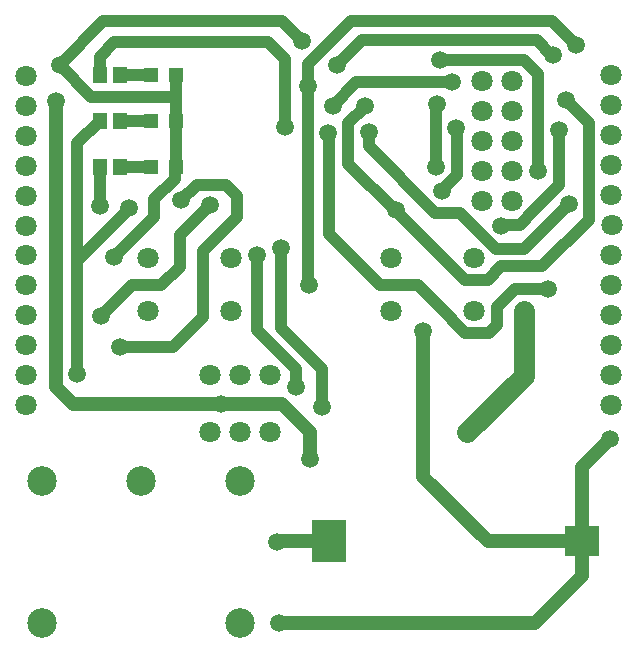
<source format=gbl>
G04*
G04 #@! TF.GenerationSoftware,Altium Limited,Altium Designer,19.1.9 (167)*
G04*
G04 Layer_Physical_Order=2*
G04 Layer_Color=16711680*
%FSLAX44Y44*%
%MOMM*%
G71*
G01*
G75*
%ADD22R,1.1500X1.3500*%
%ADD23C,1.0000*%
%ADD24C,1.8000*%
%ADD25C,1.2000*%
%ADD27C,2.5000*%
%ADD28C,1.8000*%
%ADD29C,1.5000*%
%ADD30R,3.0000X2.6000*%
%ADD31R,3.0000X3.6000*%
%ADD32R,1.2000X1.2000*%
D22*
X111000Y447500D02*
D03*
X93500Y447500D02*
D03*
X111000Y486500D02*
D03*
X93500Y486500D02*
D03*
X111000Y408500D02*
D03*
X93500Y408500D02*
D03*
D23*
X304250Y411250D02*
X344125Y371375D01*
X343625Y370875D02*
X344712D01*
X158250Y408500D02*
Y486500D01*
X74749Y232999D02*
Y237999D01*
X475948Y503299D02*
X477301D01*
X463456Y515790D02*
X475948Y503299D01*
X315540Y515790D02*
X463456D01*
X59750Y494315D02*
X86565Y467500D01*
X429750Y289663D02*
X445337Y305250D01*
X473000D01*
X468208Y324250D02*
X507801Y363843D01*
X433750Y324250D02*
X468208D01*
X507801Y363843D02*
Y445949D01*
X488750Y465000D02*
X507801Y445949D01*
X452509Y339000D02*
X490801Y377293D01*
X482250Y392783D02*
Y440000D01*
X461500Y372033D02*
X482250Y392783D01*
X461500Y371537D02*
Y372033D01*
X429049Y339000D02*
X452509D01*
X306750Y532000D02*
X476250D01*
X496750Y511500D01*
X363542Y308000D02*
X391750Y279792D01*
Y278837D02*
Y279792D01*
X330750Y308000D02*
X363542D01*
X391750Y278837D02*
X402587Y268000D01*
X423500D01*
X281750Y204750D02*
Y237000D01*
X433798Y358292D02*
X434755Y359248D01*
X259500Y222250D02*
Y237250D01*
X423500Y268000D02*
X429750Y274250D01*
X287500Y351250D02*
X330750Y308000D01*
X287500Y351250D02*
Y436337D01*
X321250Y426048D02*
X377798Y369500D01*
X321250Y426048D02*
Y438250D01*
X377798Y369500D02*
X398549D01*
X402587Y313000D02*
X422500D01*
X344712Y370875D02*
X402587Y313000D01*
X304250Y411250D02*
Y445292D01*
X398549Y369500D02*
X429049Y339000D01*
X429750Y274250D02*
Y289663D01*
X287041Y436796D02*
X287500Y436337D01*
X395500Y441500D02*
X395750Y441250D01*
Y401458D02*
Y441250D01*
X383046Y388754D02*
X395750Y401458D01*
X383046Y388293D02*
Y388754D01*
X422500Y313000D02*
X433750Y324250D01*
X246748Y272002D02*
Y339998D01*
Y272002D02*
X281750Y237000D01*
X270040Y308710D02*
Y477047D01*
Y308710D02*
X270500Y308250D01*
X270040Y495290D02*
X306750Y532000D01*
X270040Y477047D02*
Y495290D01*
X291042Y460047D02*
X310995Y480000D01*
X304250Y445292D02*
X317906Y458948D01*
Y460250D01*
X310995Y480000D02*
X392250D01*
X378500Y461250D02*
X379000Y461750D01*
X378500Y408750D02*
Y461250D01*
Y408750D02*
X378750Y408500D01*
X382617Y499300D02*
X452663D01*
X382107Y498790D02*
X382617Y499300D01*
X294750Y495000D02*
X315540Y515790D01*
X464750Y405000D02*
Y487213D01*
X452663Y499300D02*
X464750Y487213D01*
X250250Y442250D02*
Y499750D01*
X236000Y514000D02*
X250250Y499750D01*
X449211Y359248D02*
X461500Y371537D01*
X434755Y359248D02*
X449211D01*
X226748Y270002D02*
X259500Y237250D01*
X226748Y270002D02*
Y333998D01*
X204750Y331500D02*
Y333665D01*
X209750Y366000D02*
Y384000D01*
X180750Y337000D02*
X209750Y366000D01*
X180750Y281000D02*
Y337000D01*
X139750Y381042D02*
X157250Y398542D01*
X139750Y366000D02*
Y381042D01*
X105750Y332000D02*
X139750Y366000D01*
X157250Y398542D02*
Y407500D01*
X158250Y408500D01*
X118750Y373000D02*
Y374000D01*
X74750Y329000D02*
X118750Y373000D01*
X175750Y393000D02*
X200750D01*
X162750Y380000D02*
X175750Y393000D01*
X247750Y532000D02*
X264750Y515000D01*
X96750Y532000D02*
X247750D01*
X59750Y495000D02*
X96750Y532000D01*
X86565Y467500D02*
X157250D01*
X59750Y494315D02*
Y495000D01*
X105750Y514000D02*
X236000Y514000D01*
X93625Y375125D02*
X93750Y375000D01*
X93625Y375125D02*
Y408375D01*
X93500Y408500D02*
X93625Y408375D01*
X111000Y408500D02*
X137250D01*
X111000Y408500D02*
X111000Y408500D01*
Y447500D02*
X137250D01*
X111000Y447500D02*
X111000Y447500D01*
X137250Y486500D02*
X137250Y486500D01*
X111000Y486500D02*
X137250D01*
X111000Y486500D02*
X111000Y486500D01*
X93500D02*
Y501750D01*
X105750Y514000D01*
X74750Y428750D02*
X93500Y447500D01*
X74750Y329000D02*
Y428750D01*
X74749Y237999D02*
X74750Y238000D01*
Y329000D01*
X120750Y308000D02*
X145750D01*
X94750Y282000D02*
X120750Y308000D01*
X155750Y256000D02*
X180750Y281000D01*
X161750Y324000D02*
Y351000D01*
X145750Y308000D02*
X161750Y324000D01*
X110750Y256000D02*
X155750D01*
X200750Y393000D02*
X209750Y384000D01*
X161750Y351000D02*
X186750Y376000D01*
D24*
X452500Y231750D02*
Y286250D01*
X404750Y184000D02*
X452500Y231750D01*
D25*
X70708Y208000D02*
X196750D01*
X56749Y221960D02*
X70708Y208000D01*
X56749Y221960D02*
Y462999D01*
X56750Y463000D01*
X271750Y161000D02*
Y184000D01*
X247750Y208000D02*
X271750Y184000D01*
X196750Y208000D02*
X247750D01*
X501750Y62000D02*
Y91000D01*
X502000Y91250D01*
X462250Y22500D02*
X501750Y62000D01*
X245750Y22500D02*
X462250Y22500D01*
X502000Y154250D02*
X525750Y178000D01*
X502000Y91250D02*
Y154250D01*
X422500Y91250D02*
X502000D01*
X367545Y146205D02*
X422500Y91250D01*
X243750Y91000D02*
X244000Y91250D01*
X288000D01*
X367545Y146205D02*
Y269537D01*
D27*
X212250Y142500D02*
D03*
X128500D02*
D03*
X44750D02*
D03*
Y22500D02*
D03*
X212250D02*
D03*
D28*
X417600Y379200D02*
D03*
X443000Y379200D02*
D03*
X417600Y404600D02*
D03*
X443000Y404600D02*
D03*
Y480800D02*
D03*
X443000Y430000D02*
D03*
X443000Y455400D02*
D03*
X417600D02*
D03*
Y430000D02*
D03*
X417600Y480800D02*
D03*
X212250Y183750D02*
D03*
X237650Y183750D02*
D03*
X186850D02*
D03*
X212250Y232500D02*
D03*
X186850Y232500D02*
D03*
X237650Y232500D02*
D03*
X134750Y331500D02*
D03*
X134750Y286500D02*
D03*
X204750D02*
D03*
Y331500D02*
D03*
X410250Y286500D02*
D03*
X410250Y331500D02*
D03*
X340250Y331500D02*
D03*
Y286500D02*
D03*
X526480Y206490D02*
D03*
X526480Y231890D02*
D03*
Y257290D02*
D03*
X526480Y333490D02*
D03*
X526480Y308090D02*
D03*
X526480Y282690D02*
D03*
X526980Y358840D02*
D03*
X526480Y434990D02*
D03*
X526480Y409590D02*
D03*
X526480Y384190D02*
D03*
Y460390D02*
D03*
Y485790D02*
D03*
X31570Y485740D02*
D03*
Y460340D02*
D03*
Y434940D02*
D03*
X31570Y358740D02*
D03*
X31570Y384140D02*
D03*
X31570Y409540D02*
D03*
X31070Y333390D02*
D03*
X31570Y257240D02*
D03*
X31570Y282640D02*
D03*
X31570Y308040D02*
D03*
Y231840D02*
D03*
X31570Y206440D02*
D03*
D29*
X344250Y371500D02*
D03*
X245750Y22500D02*
D03*
X74749Y232999D02*
D03*
X271750Y161000D02*
D03*
X525750Y178000D02*
D03*
X243750Y91000D02*
D03*
X56750Y464000D02*
D03*
X473000Y305250D02*
D03*
X490801Y377293D02*
D03*
X477301Y503299D02*
D03*
X496750Y511500D02*
D03*
X404750Y184000D02*
D03*
X367545Y269537D02*
D03*
X281750Y204750D02*
D03*
X452500Y286250D02*
D03*
X433798Y358292D02*
D03*
X259500Y222250D02*
D03*
X270500Y308250D02*
D03*
X270040Y477047D02*
D03*
X291042Y460047D02*
D03*
X287041Y436796D02*
D03*
X321250Y438250D02*
D03*
X317906Y460250D02*
D03*
X383046Y388293D02*
D03*
X379000Y461750D02*
D03*
X378750Y408500D02*
D03*
X395500Y441500D02*
D03*
X392250Y480000D02*
D03*
X382107Y498790D02*
D03*
X246748Y339998D02*
D03*
X118750Y374000D02*
D03*
X226748Y333998D02*
D03*
X186750Y376000D02*
D03*
X294750Y495000D02*
D03*
X250250Y442250D02*
D03*
X264750Y515000D02*
D03*
X162750Y380000D02*
D03*
X464750Y405000D02*
D03*
X482250Y440000D02*
D03*
X488750Y465000D02*
D03*
X59750Y495000D02*
D03*
X94750Y282000D02*
D03*
X93750Y375000D02*
D03*
X105750Y332000D02*
D03*
X110750Y256000D02*
D03*
X196750Y208000D02*
D03*
D30*
X502000Y91250D02*
D03*
D31*
X288000Y91250D02*
D03*
D32*
X158250Y486500D02*
D03*
X137250D02*
D03*
X158250Y447500D02*
D03*
X137250D02*
D03*
X158250Y408500D02*
D03*
X137250D02*
D03*
M02*

</source>
